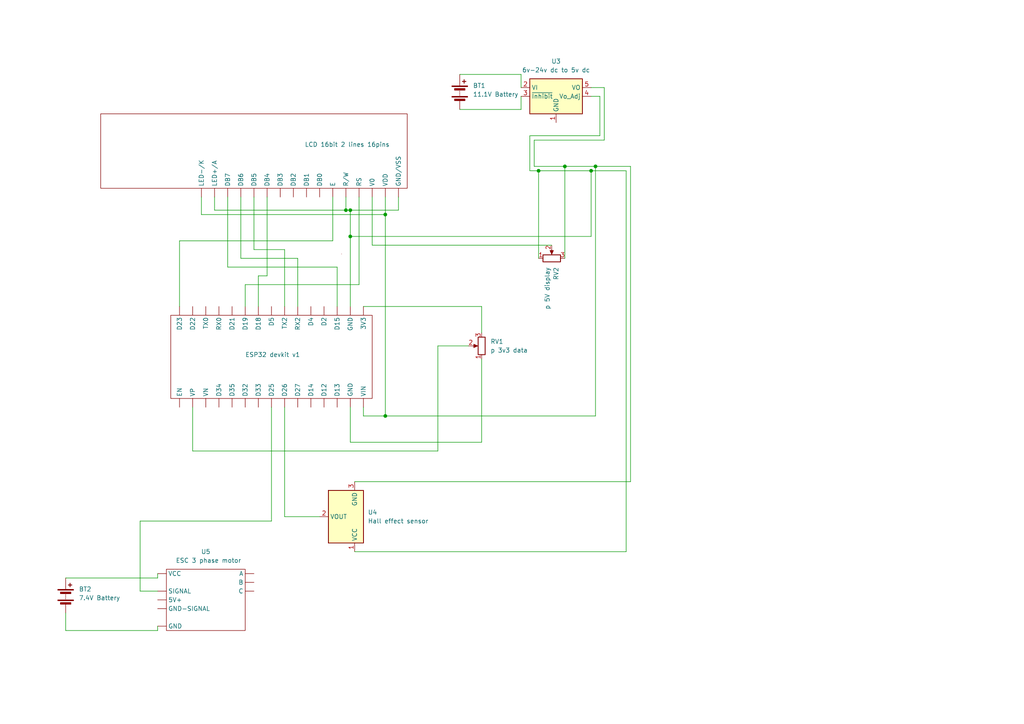
<source format=kicad_sch>
(kicad_sch (version 20230121) (generator eeschema)
  (paper "A4")
  (lib_symbols
    (symbol "Converter_DCDC:PTN78000H_EUS-5"
      (property "Reference" "U" (at -6.35 6.35 0))
      (property "Value" "PTN78000H_EUS-5" (at 3.81 6.35 0))
      (symbol "PTN78000H_EUS-5_0_1"
        (rectangle (start -7.62 5.08) (end 7.62 -5.08) (stroke (width 0.254)) (fill (type background)))
      )
      (symbol "PTN78000H_EUS-5_1_1"
        (pin power_in line (at 0 -7.62 90) (length 2.54) (name "GND") (number "1"))
        (pin power_in line (at -10.16 2.54 0) (length 2.54) (name "VI") (number "2"))
        (pin input line (at -10.16 0 0) (length 2.54) (name "~{Inhibit}") (number "3"))
        (pin output line (at 10.16 0 180) (length 2.54) (name "Vo_Adj") (number "4"))
        (pin power_out line (at 10.16 2.54 180) (length 2.54) (name "VO") (number "5"))
      )
    )
    (symbol "Device:Battery" (pin_numbers hide) (pin_names (offset 0) hide)
      (property "Reference" "BT" (at 2.54 2.54 0))
      (property "Value" "Battery" (at 2.54 0 0))
      (symbol "Battery_0_1"
        (rectangle (start -2.286 -1.27) (end 2.286 -1.524) (fill (type outline)))
        (rectangle (start -2.286 1.778) (end 2.286 1.524) (fill (type outline)))
        (rectangle (start -1.524 -2.032) (end 1.524 -2.54) (fill (type outline)))
        (rectangle (start -1.524 1.016) (end 1.524 0.508) (fill (type outline)))
        (polyline (pts (xy 0 -1.016) (xy 0 -0.762)))
        (polyline (pts (xy 0 -0.508) (xy 0 -0.254)))
        (polyline (pts (xy 0 0) (xy 0 0.254)))
        (polyline (pts (xy 0 1.778) (xy 0 2.54)))
        (polyline (pts (xy 0.762 3.048) (xy 1.778 3.048)) (stroke (width 0.254)))
        (polyline (pts (xy 1.27 3.556) (xy 1.27 2.54)) (stroke (width 0.254)))
      )
      (symbol "Battery_1_1"
        (pin passive line (at 0 5.08 270) (length 2.54) (name "+") (number "1"))
        (pin passive line (at 0 -5.08 90) (length 2.54) (name "-") (number "2"))
      )
    )
    (symbol "Device:R_Potentiometer" (pin_names (offset 1.016) hide)
      (property "Reference" "RV" (at -4.445 0 90))
      (property "Value" "R_Potentiometer" (at -2.54 0 90))
      (symbol "R_Potentiometer_0_1"
        (polyline (pts (xy 2.54 0) (xy 1.524 0)))
        (polyline (pts (xy 1.143 0) (xy 2.286 0.508) (xy 2.286 -0.508) (xy 1.143 0)) (fill (type outline)))
        (rectangle (start 1.016 2.54) (end -1.016 -2.54) (stroke (width 0.254)))
      )
      (symbol "R_Potentiometer_1_1"
        (pin passive line (at 0 3.81 270) (length 1.27) (name "1") (number "1"))
        (pin passive line (at 3.81 0 180) (length 1.27) (name "2") (number "2"))
        (pin passive line (at 0 -3.81 90) (length 1.27) (name "3") (number "3"))
      )
    )
    (symbol "Sensor_Magnetic:A1101ELHL"
      (property "Reference" "U" (at 0 11.43 0))
      (property "Value" "A1101ELHL" (at 0 8.89 0))
      (symbol "A1101ELHL_0_1"
        (rectangle (start -5.08 7.62) (end 5.08 -7.62) (stroke (width 0.254)) (fill (type background)))
      )
      (symbol "A1101ELHL_1_1"
        (pin power_in line (at -2.54 10.16 270) (length 2.54) (name "VCC") (number "1"))
        (pin open_collector line (at 7.62 0 180) (length 2.54) (name "VOUT") (number "2"))
        (pin power_in line (at -2.54 -10.16 90) (length 2.54) (name "GND") (number "3"))
      )
    )
    (symbol "esc:esc"
      (property "Reference" "U" (at 15.24 8.89 0))
      (property "Value" "ESC 3 phase motor " (at 16.51 2.54 0))
      (property "Footprint" "Package_DIP:DIP-8_W10.16mm" (at 16.51 11.43 0))
      (symbol "esc_0_1"
        (rectangle (start 5.08 6.35) (end 27.94 -11.43))
      )
      (symbol "esc_1_1"
        (pin power_out line (at 2.54 -2.54 0) (length 2.54) (name "5V+") (number ""))
        (pin bidirectional line (at 30.48 5.08 180) (length 2.54) (name "A") (number ""))
        (pin bidirectional line (at 30.48 2.54 180) (length 2.54) (name "B") (number ""))
        (pin bidirectional line (at 30.48 0 180) (length 2.54) (name "C") (number ""))
        (pin power_out line (at 2.54 -10.16 0) (length 2.54) (name "GND") (number ""))
        (pin power_out line (at 2.54 -5.08 0) (length 2.54) (name "GND-SIGNAL") (number ""))
        (pin bidirectional line (at 2.54 0 0) (length 2.54) (name "SIGNAL") (number ""))
        (pin power_in line (at 2.54 5.08 0) (length 2.54) (name "VCC") (number ""))
      )
    )
    (symbol "esp32-30pins:ESP32"
      (property "Reference" "U" (at 0 0 0))
      (property "Value" "ESP32 devkit v1" (at 7.62 -30.48 90))
      (symbol "ESP32_0_1"
        (rectangle (start -5.08 -2.54) (end 19.05 -60.96))
      )
      (symbol "ESP32_1_1"
        (pin power_in line (at 21.59 -58.42 180) (length 2.54) (name "3V3") (number ""))
        (pin bidirectional line (at -7.62 -46.99 0) (length 2.54) (name "D12") (number ""))
        (pin bidirectional line (at -7.62 -50.8 0) (length 2.54) (name "D13") (number ""))
        (pin bidirectional line (at -7.62 -43.18 0) (length 2.54) (name "D14") (number ""))
        (pin bidirectional line (at 21.59 -50.8 180) (length 2.54) (name "D15") (number ""))
        (pin bidirectional line (at 21.59 -27.94 180) (length 2.54) (name "D18") (number ""))
        (pin bidirectional line (at 21.59 -24.13 180) (length 2.54) (name "D19") (number ""))
        (pin bidirectional line (at 21.59 -46.99 180) (length 2.54) (name "D2") (number ""))
        (pin bidirectional line (at 21.59 -20.32 180) (length 2.54) (name "D21") (number ""))
        (pin bidirectional line (at 21.59 -8.89 180) (length 2.54) (name "D22") (number ""))
        (pin bidirectional line (at 21.59 -5.08 180) (length 2.54) (name "D23") (number ""))
        (pin bidirectional line (at -7.62 -31.75 0) (length 2.54) (name "D25") (number ""))
        (pin bidirectional line (at -7.62 -35.56 0) (length 2.54) (name "D26") (number ""))
        (pin bidirectional line (at -7.62 -39.37 0) (length 2.54) (name "D27") (number ""))
        (pin bidirectional line (at -7.62 -24.13 0) (length 2.54) (name "D32") (number ""))
        (pin bidirectional line (at -7.62 -27.94 0) (length 2.54) (name "D33") (number ""))
        (pin bidirectional line (at -7.62 -16.51 0) (length 2.54) (name "D34") (number ""))
        (pin bidirectional line (at -7.62 -20.32 0) (length 2.54) (name "D35") (number ""))
        (pin bidirectional line (at 21.59 -43.18 180) (length 2.54) (name "D4") (number ""))
        (pin bidirectional line (at 21.59 -31.75 180) (length 2.54) (name "D5") (number ""))
        (pin input line (at -7.62 -5.08 0) (length 2.54) (name "EN") (number ""))
        (pin power_out line (at -7.62 -54.61 0) (length 2.54) (name "GND") (number ""))
        (pin power_out line (at 21.59 -54.61 180) (length 2.54) (name "GND") (number ""))
        (pin bidirectional line (at 21.59 -16.51 180) (length 2.54) (name "RX0") (number ""))
        (pin bidirectional line (at 21.59 -39.37 180) (length 2.54) (name "RX2") (number ""))
        (pin bidirectional line (at 21.59 -12.7 180) (length 2.54) (name "TX0") (number ""))
        (pin bidirectional line (at 21.59 -35.56 180) (length 2.54) (name "TX2") (number ""))
        (pin power_in line (at -7.62 -58.42 0) (length 2.54) (name "VIN") (number ""))
        (pin bidirectional line (at -7.62 -12.7 0) (length 2.54) (name "VN") (number ""))
        (pin bidirectional line (at -7.62 -8.89 0) (length 2.54) (name "VP") (number ""))
      )
    )
    (symbol "lcd 16bit:lcd_16pins_16bit"
      (property "Reference" "U" (at 0 0 0))
      (property "Value" "LCD 16bit 2 lines 16pins" (at 0 0 0))
      (symbol "lcd_16pins_16bit_0_1"
        (rectangle (start -12.7 -11.43) (end 76.2 -33.02))
        (rectangle (start 6.35 7.62) (end 6.35 7.62))
      )
      (symbol "lcd_16pins_16bit_1_1"
        (pin bidirectional line (at 12.7 -8.89 270) (length 2.54) (name "DB0") (number ""))
        (pin bidirectional line (at 16.51 -8.89 270) (length 2.54) (name "DB1") (number ""))
        (pin bidirectional line (at 20.32 -8.89 270) (length 2.54) (name "DB2") (number ""))
        (pin bidirectional line (at 24.13 -8.89 270) (length 2.54) (name "DB3") (number ""))
        (pin bidirectional line (at 27.94 -8.89 270) (length 2.54) (name "DB4") (number ""))
        (pin bidirectional line (at 31.75 -8.89 270) (length 2.54) (name "DB5") (number ""))
        (pin bidirectional line (at 35.56 -8.89 270) (length 2.54) (name "DB6") (number ""))
        (pin bidirectional line (at 39.37 -8.89 270) (length 2.54) (name "DB7") (number ""))
        (pin bidirectional line (at 8.89 -8.89 270) (length 2.54) (name "E") (number ""))
        (pin power_out line (at -10.16 -8.89 270) (length 2.54) (name "GND/VSS") (number ""))
        (pin power_in line (at 43.18 -8.89 270) (length 2.54) (name "LED+/A") (number ""))
        (pin power_out line (at 46.99 -8.89 270) (length 2.54) (name "LED-/K") (number ""))
        (pin bidirectional line (at 5.08 -8.89 270) (length 2.54) (name "R/W") (number ""))
        (pin bidirectional line (at 1.27 -8.89 270) (length 2.54) (name "RS") (number ""))
        (pin bidirectional line (at -2.54 -8.89 270) (length 2.54) (name "V0") (number ""))
        (pin power_in line (at -6.35 -8.89 270) (length 2.54) (name "VDD") (number ""))
      )
    )
  )
  (junction (at 163.83 48.26))
  (junction (at 172.72 48.26))
  (junction (at 171.45 49.53))
  (junction (at 101.6 60.96))
  (junction (at 156.21 49.53))
  (junction (at 111.76 120.65))
  (junction (at 100.33 60.96))
  (junction (at 111.76 62.23))
  (junction (at 101.6 68.58))
  (wire (pts (xy 111.76 62.23) (xy 111.76 120.65)))
  (wire (pts (xy 154.94 48.26) (xy 163.83 48.26)))
  (wire (pts (xy 115.57 57.15) (xy 115.57 60.96)))
  (wire (pts (xy 107.95 71.12) (xy 107.95 57.15)))
  (wire (pts (xy 133.35 21.59) (xy 151.13 21.59)))
  (wire (pts (xy 55.88 130.81) (xy 127 130.81)))
  (wire (pts (xy 151.13 21.59) (xy 151.13 25.4)))
  (wire (pts (xy 66.04 77.47) (xy 66.04 57.15)))
  (wire (pts (xy 78.74 118.11) (xy 78.74 151.13)))
  (wire (pts (xy 153.67 49.53) (xy 156.21 49.53)))
  (wire (pts (xy 160.02 71.12) (xy 107.95 71.12)))
  (wire (pts (xy 52.07 88.9) (xy 52.07 69.85)))
  (wire (pts (xy 172.72 48.26) (xy 182.88 48.26)))
  (wire (pts (xy 182.88 139.7) (xy 182.88 48.26)))
  (wire (pts (xy 100.33 60.96) (xy 100.33 57.15)))
  (wire (pts (xy 82.55 72.39) (xy 73.66 72.39)))
  (wire (pts (xy 173.99 27.94) (xy 173.99 39.37)))
  (wire (pts (xy 97.79 88.9) (xy 97.79 77.47)))
  (wire (pts (xy 82.55 149.86) (xy 92.71 149.86)))
  (wire (pts (xy 52.07 69.85) (xy 96.52 69.85)))
  (wire (pts (xy 58.42 62.23) (xy 111.76 62.23)))
  (wire (pts (xy 55.88 118.11) (xy 55.88 130.81)))
  (wire (pts (xy 102.87 160.02) (xy 181.61 160.02)))
  (wire (pts (xy 171.45 68.58) (xy 171.45 49.53)))
  (wire (pts (xy 19.05 182.88) (xy 45.72 182.88)))
  (wire (pts (xy 86.36 88.9) (xy 86.36 74.93)))
  (wire (pts (xy 62.23 57.15) (xy 62.23 60.96)))
  (wire (pts (xy 73.66 72.39) (xy 73.66 57.15)))
  (wire (pts (xy 45.72 182.88) (xy 45.72 181.61)))
  (wire (pts (xy 19.05 167.64) (xy 45.72 167.64)))
  (wire (pts (xy 139.7 88.9) (xy 139.7 96.52)))
  (wire (pts (xy 151.13 31.75) (xy 151.13 27.94)))
  (wire (pts (xy 175.26 40.64) (xy 154.94 40.64)))
  (wire (pts (xy 105.41 120.65) (xy 105.41 118.11)))
  (wire (pts (xy 97.79 77.47) (xy 66.04 77.47)))
  (wire (pts (xy 69.85 74.93) (xy 69.85 57.15)))
  (wire (pts (xy 74.93 80.01) (xy 77.47 80.01)))
  (wire (pts (xy 163.83 48.26) (xy 163.83 74.93)))
  (wire (pts (xy 139.7 128.27) (xy 101.6 128.27)))
  (wire (pts (xy 153.67 39.37) (xy 153.67 49.53)))
  (wire (pts (xy 154.94 40.64) (xy 154.94 48.26)))
  (wire (pts (xy 71.12 88.9) (xy 71.12 82.55)))
  (wire (pts (xy 133.35 31.75) (xy 151.13 31.75)))
  (wire (pts (xy 171.45 25.4) (xy 175.26 25.4)))
  (wire (pts (xy 77.47 57.15) (xy 77.47 80.01)))
  (wire (pts (xy 172.72 120.65) (xy 111.76 120.65)))
  (wire (pts (xy 45.72 167.64) (xy 45.72 166.37)))
  (wire (pts (xy 156.21 74.93) (xy 156.21 49.53)))
  (wire (pts (xy 172.72 48.26) (xy 172.72 120.65)))
  (wire (pts (xy 173.99 39.37) (xy 153.67 39.37)))
  (wire (pts (xy 86.36 74.93) (xy 69.85 74.93)))
  (wire (pts (xy 127 100.33) (xy 127 130.81)))
  (wire (pts (xy 163.83 48.26) (xy 172.72 48.26)))
  (wire (pts (xy 100.33 60.96) (xy 101.6 60.96)))
  (wire (pts (xy 105.41 88.9) (xy 139.7 88.9)))
  (wire (pts (xy 111.76 62.23) (xy 111.76 57.15)))
  (wire (pts (xy 111.76 120.65) (xy 105.41 120.65)))
  (wire (pts (xy 135.89 100.33) (xy 127 100.33)))
  (wire (pts (xy 45.72 171.45) (xy 40.64 171.45)))
  (wire (pts (xy 175.26 25.4) (xy 175.26 40.64)))
  (wire (pts (xy 139.7 104.14) (xy 139.7 128.27)))
  (wire (pts (xy 96.52 69.85) (xy 96.52 57.15)))
  (wire (pts (xy 101.6 68.58) (xy 171.45 68.58)))
  (wire (pts (xy 181.61 49.53) (xy 181.61 160.02)))
  (wire (pts (xy 101.6 60.96) (xy 101.6 68.58)))
  (wire (pts (xy 82.55 118.11) (xy 82.55 149.86)))
  (wire (pts (xy 40.64 151.13) (xy 78.74 151.13)))
  (wire (pts (xy 100.33 60.96) (xy 62.23 60.96)))
  (wire (pts (xy 82.55 88.9) (xy 82.55 72.39)))
  (wire (pts (xy 171.45 27.94) (xy 173.99 27.94)))
  (wire (pts (xy 101.6 60.96) (xy 115.57 60.96)))
  (wire (pts (xy 40.64 171.45) (xy 40.64 151.13)))
  (wire (pts (xy 74.93 88.9) (xy 74.93 80.01)))
  (wire (pts (xy 104.14 82.55) (xy 104.14 57.15)))
  (wire (pts (xy 101.6 128.27) (xy 101.6 118.11)))
  (wire (pts (xy 19.05 177.8) (xy 19.05 182.88)))
  (wire (pts (xy 101.6 68.58) (xy 101.6 88.9)))
  (wire (pts (xy 58.42 57.15) (xy 58.42 62.23)))
  (wire (pts (xy 171.45 49.53) (xy 181.61 49.53)))
  (wire (pts (xy 71.12 82.55) (xy 104.14 82.55)))
  (wire (pts (xy 156.21 49.53) (xy 171.45 49.53)))
  (wire (pts (xy 102.87 139.7) (xy 182.88 139.7)))
  (symbol (lib_id "Sensor_Magnetic:A1101ELHL") (at 100.33 149.86 180) (unit 1)
    (property "Reference" "U4" (at 106.68 148.59 0) (effects (justify right)))
    (property "Value" "Hall effect sensor" (at 106.68 151.13 0) (effects (justify right)))
    (property "Footprint" "Package_TO_SOT_SMD:SOT-23W" (effects hide))
    (property "Datasheet" "https://www.allegromicro.com/-/media/files/datasheets/a110x-datasheet.ashx" (effects hide))
  )
  (symbol (lib_id "Converter_DCDC:PTN78000H_EUS-5") (at 161.29 27.94 0) (unit 1)
    (property "Reference" "U3" (at 161.29 17.78 0))
    (property "Value" "6v-24v dc to 5v dc" (at 161.29 20.32 0))
    (property "Footprint" "Module:Texas_EUS_R-PDSS-T5_THT" (effects hide))
    (property "Datasheet" "https://www.ti.com/lit/ds/symlink/ptn78000w.pdf" (effects hide))
  )
  (symbol (lib_id "Device:Battery") (at 133.35 26.67 0) (unit 1)
    (property "Reference" "BT1" (at 137.16 24.8285 0) (effects (justify left)))
    (property "Value" "11.1V Battery" (at 137.16 27.3685 0) (effects (justify left)))
  )
  (symbol (lib_id "lcd 16bit:lcd_16pins_16bit") (at 105.41 66.04 180) (unit 1)
    (property "Reference" "U2" (effects hide))
    (property "Value" "LCD 16bit 2 lines 16pins" (at 113.03 41.91 0) (effects (justify left)))
    (property "Footprint" "Display:WC1602A" (effects hide))
  )
  (symbol (lib_id "esp32-30pins:ESP32") (at 46.99 110.49 90) (unit 1)
    (property "Reference" "U1" (effects hide))
    (property "Value" "ESP32 devkit v1" (at 71.12 102.87 90) (effects (justify right)))
    (property "Footprint" "Package_SO:TSSOP-30_6.1x9.7mm_P0.65mm" (effects hide))
    (property "Datasheet" "https://www.circuitstate.com/pinouts/doit-esp32-devkit-v1-wifi-development-board-pinout-diagram-and-reference/" (effects hide))
  )
  (symbol (lib_id "Device:R_Potentiometer") (at 139.7 100.33 180) (unit 1)
    (property "Reference" "RV1" (at 142.24 99.06 0) (effects (justify right)))
    (property "Value" "p 3v3 data" (at 142.24 101.6 0) (effects (justify right)))
  )
  (symbol (lib_id "esc:esc") (at 43.18 171.45 0) (unit 1)
    (property "Reference" "U5" (at 59.69 160.02 0))
    (property "Value" "ESC 3 phase motor " (at 60.96 162.56 0))
    (property "Footprint" "Package_DIP:DIP-8_W10.16mm" (effects hide))
  )
  (symbol (lib_id "Device:Battery") (at 19.05 172.72 0) (unit 1)
    (property "Reference" "BT2" (at 22.86 170.8785 0) (effects (justify left)))
    (property "Value" "7.4V Battery" (at 22.86 173.4185 0) (effects (justify left)))
  )
  (symbol (lib_id "Device:R_Potentiometer") (at 160.02 74.93 90) (unit 1)
    (property "Reference" "RV2" (at 161.29 77.47 0) (effects (justify right)))
    (property "Value" "p 5V display" (at 158.75 77.47 0) (effects (justify right)))
  )
)
</source>
